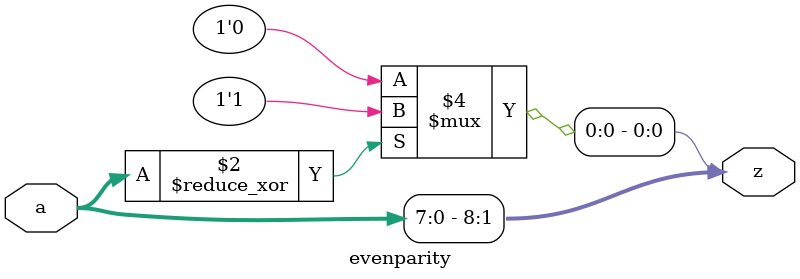
<source format=v>
module evenparity(a,z);//????
 
input[7:0] a;//8bit intput a
output[8:0] z;//9bit output z
reg[8:0] z;//9bit reg vaue z

always@(a)//a? ?? ??? ??
begin

z[8:1]<=a[7:0];//z? 1?~8? ??? a? 0?~7? ??? ? ??

if(^a[7:0]) z[0]<=1;//a?? 1? ??? ???? z? 0? ?? 1
else z[0]<=0;//a?? 1? ??? ???? z? 0? ?? 0 

end

endmodule





















































































































































































































































































































































































































































































































































































































































































































































































































































































































































































































































































































</source>
